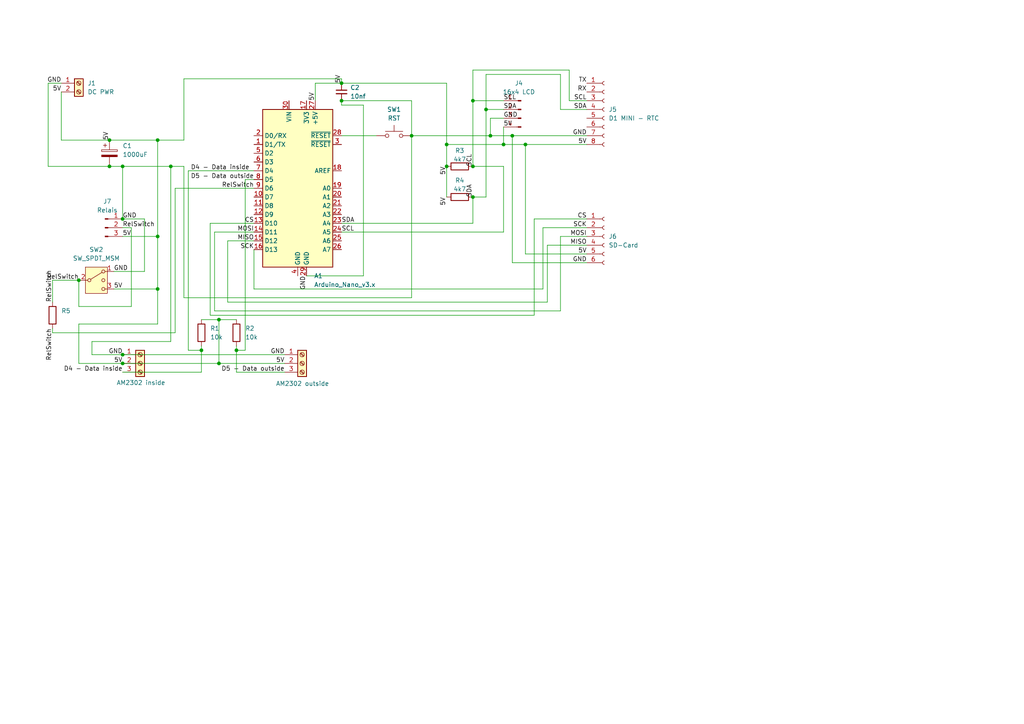
<source format=kicad_sch>
(kicad_sch (version 20231120) (generator "eeschema") (generator_version "8.0")
  (paper "A4")
  (lib_symbols
    (symbol "Connector:Conn_01x03_Pin" (pin_names (offset 1.016) hide)
      (property "Reference" "J" (at 0 5.08 0))
      (property "Value" "Conn_01x03_Pin" (at 0 -5.08 0))
      (symbol "Conn_01x03_Pin_1_1"
        (polyline (pts (xy 1.27 -2.54) (xy 0.8636 -2.54)) (stroke (width 0.1524)))
        (polyline (pts (xy 1.27 0) (xy 0.8636 0)) (stroke (width 0.1524)))
        (polyline (pts (xy 1.27 2.54) (xy 0.8636 2.54)) (stroke (width 0.1524)))
        (rectangle (start 0.8636 -2.413) (end 0 -2.667) (stroke (width 0.1524)) (fill (type outline)))
        (rectangle (start 0.8636 0.127) (end 0 -0.127) (stroke (width 0.1524)) (fill (type outline)))
        (rectangle (start 0.8636 2.667) (end 0 2.413) (stroke (width 0.1524)) (fill (type outline)))
        (pin passive line (at 5.08 2.54 180) (length 3.81) (name "Pin_1") (number "1"))
        (pin passive line (at 5.08 0 180) (length 3.81) (name "Pin_2") (number "2"))
        (pin passive line (at 5.08 -2.54 180) (length 3.81) (name "Pin_3") (number "3"))
      )
    )
    (symbol "Connector:Conn_01x04_Pin" (pin_names (offset 1.016) hide)
      (property "Reference" "J" (at 0 5.08 0))
      (property "Value" "Conn_01x04_Pin" (at 0 -7.62 0))
      (symbol "Conn_01x04_Pin_1_1"
        (polyline (pts (xy 1.27 -5.08) (xy 0.8636 -5.08)) (stroke (width 0.1524)))
        (polyline (pts (xy 1.27 -2.54) (xy 0.8636 -2.54)) (stroke (width 0.1524)))
        (polyline (pts (xy 1.27 0) (xy 0.8636 0)) (stroke (width 0.1524)))
        (polyline (pts (xy 1.27 2.54) (xy 0.8636 2.54)) (stroke (width 0.1524)))
        (rectangle (start 0.8636 -4.953) (end 0 -5.207) (stroke (width 0.1524)) (fill (type outline)))
        (rectangle (start 0.8636 -2.413) (end 0 -2.667) (stroke (width 0.1524)) (fill (type outline)))
        (rectangle (start 0.8636 0.127) (end 0 -0.127) (stroke (width 0.1524)) (fill (type outline)))
        (rectangle (start 0.8636 2.667) (end 0 2.413) (stroke (width 0.1524)) (fill (type outline)))
        (pin passive line (at 5.08 2.54 180) (length 3.81) (name "Pin_1") (number "1"))
        (pin passive line (at 5.08 0 180) (length 3.81) (name "Pin_2") (number "2"))
        (pin passive line (at 5.08 -2.54 180) (length 3.81) (name "Pin_3") (number "3"))
        (pin passive line (at 5.08 -5.08 180) (length 3.81) (name "Pin_4") (number "4"))
      )
    )
    (symbol "Connector:Conn_01x06_Socket" (pin_names (offset 1.016) hide)
      (property "Reference" "J" (at 0 7.62 0))
      (property "Value" "Conn_01x06_Socket" (at 0 -10.16 0))
      (symbol "Conn_01x06_Socket_1_1"
        (arc (start 0 -7.112) (mid -0.5058 -7.62) (end 0 -8.128) (stroke (width 0.1524)))
        (arc (start 0 -4.572) (mid -0.5058 -5.08) (end 0 -5.588) (stroke (width 0.1524)))
        (arc (start 0 -2.032) (mid -0.5058 -2.54) (end 0 -3.048) (stroke (width 0.1524)))
        (polyline (pts (xy -1.27 -7.62) (xy -0.508 -7.62)) (stroke (width 0.1524)))
        (polyline (pts (xy -1.27 -5.08) (xy -0.508 -5.08)) (stroke (width 0.1524)))
        (polyline (pts (xy -1.27 -2.54) (xy -0.508 -2.54)) (stroke (width 0.1524)))
        (polyline (pts (xy -1.27 0) (xy -0.508 0)) (stroke (width 0.1524)))
        (polyline (pts (xy -1.27 2.54) (xy -0.508 2.54)) (stroke (width 0.1524)))
        (polyline (pts (xy -1.27 5.08) (xy -0.508 5.08)) (stroke (width 0.1524)))
        (arc (start 0 0.508) (mid -0.5058 0) (end 0 -0.508) (stroke (width 0.1524)))
        (arc (start 0 3.048) (mid -0.5058 2.54) (end 0 2.032) (stroke (width 0.1524)))
        (arc (start 0 5.588) (mid -0.5058 5.08) (end 0 4.572) (stroke (width 0.1524)))
        (pin passive line (at -5.08 5.08 0) (length 3.81) (name "Pin_1") (number "1"))
        (pin passive line (at -5.08 2.54 0) (length 3.81) (name "Pin_2") (number "2"))
        (pin passive line (at -5.08 0 0) (length 3.81) (name "Pin_3") (number "3"))
        (pin passive line (at -5.08 -2.54 0) (length 3.81) (name "Pin_4") (number "4"))
        (pin passive line (at -5.08 -5.08 0) (length 3.81) (name "Pin_5") (number "5"))
        (pin passive line (at -5.08 -7.62 0) (length 3.81) (name "Pin_6") (number "6"))
      )
    )
    (symbol "Connector:Conn_01x08_Socket" (pin_names (offset 1.016) hide)
      (property "Reference" "J" (at 0 10.16 0))
      (property "Value" "Conn_01x08_Socket" (at 0 -12.7 0))
      (symbol "Conn_01x08_Socket_1_1"
        (arc (start 0 -9.652) (mid -0.5058 -10.16) (end 0 -10.668) (stroke (width 0.1524)))
        (arc (start 0 -7.112) (mid -0.5058 -7.62) (end 0 -8.128) (stroke (width 0.1524)))
        (arc (start 0 -4.572) (mid -0.5058 -5.08) (end 0 -5.588) (stroke (width 0.1524)))
        (arc (start 0 -2.032) (mid -0.5058 -2.54) (end 0 -3.048) (stroke (width 0.1524)))
        (polyline (pts (xy -1.27 -10.16) (xy -0.508 -10.16)) (stroke (width 0.1524)))
        (polyline (pts (xy -1.27 -7.62) (xy -0.508 -7.62)) (stroke (width 0.1524)))
        (polyline (pts (xy -1.27 -5.08) (xy -0.508 -5.08)) (stroke (width 0.1524)))
        (polyline (pts (xy -1.27 -2.54) (xy -0.508 -2.54)) (stroke (width 0.1524)))
        (polyline (pts (xy -1.27 0) (xy -0.508 0)) (stroke (width 0.1524)))
        (polyline (pts (xy -1.27 2.54) (xy -0.508 2.54)) (stroke (width 0.1524)))
        (polyline (pts (xy -1.27 5.08) (xy -0.508 5.08)) (stroke (width 0.1524)))
        (polyline (pts (xy -1.27 7.62) (xy -0.508 7.62)) (stroke (width 0.1524)))
        (arc (start 0 0.508) (mid -0.5058 0) (end 0 -0.508) (stroke (width 0.1524)))
        (arc (start 0 3.048) (mid -0.5058 2.54) (end 0 2.032) (stroke (width 0.1524)))
        (arc (start 0 5.588) (mid -0.5058 5.08) (end 0 4.572) (stroke (width 0.1524)))
        (arc (start 0 8.128) (mid -0.5058 7.62) (end 0 7.112) (stroke (width 0.1524)))
        (pin passive line (at -5.08 7.62 0) (length 3.81) (name "Pin_1") (number "1"))
        (pin passive line (at -5.08 5.08 0) (length 3.81) (name "Pin_2") (number "2"))
        (pin passive line (at -5.08 2.54 0) (length 3.81) (name "Pin_3") (number "3"))
        (pin passive line (at -5.08 0 0) (length 3.81) (name "Pin_4") (number "4"))
        (pin passive line (at -5.08 -2.54 0) (length 3.81) (name "Pin_5") (number "5"))
        (pin passive line (at -5.08 -5.08 0) (length 3.81) (name "Pin_6") (number "6"))
        (pin passive line (at -5.08 -7.62 0) (length 3.81) (name "Pin_7") (number "7"))
        (pin passive line (at -5.08 -10.16 0) (length 3.81) (name "Pin_8") (number "8"))
      )
    )
    (symbol "Connector:Screw_Terminal_01x02" (pin_names (offset 1.016) hide)
      (property "Reference" "J" (at 0 2.54 0))
      (property "Value" "Screw_Terminal_01x02" (at 0 -5.08 0))
      (symbol "Screw_Terminal_01x02_1_1"
        (rectangle (start -1.27 1.27) (end 1.27 -3.81) (stroke (width 0.254)) (fill (type background)))
        (circle (center 0 -2.54) (radius 0.635) (stroke (width 0.1524)))
        (polyline (pts (xy -0.5334 -2.2098) (xy 0.3302 -3.048)) (stroke (width 0.1524)))
        (polyline (pts (xy -0.5334 0.3302) (xy 0.3302 -0.508)) (stroke (width 0.1524)))
        (polyline (pts (xy -0.3556 -2.032) (xy 0.508 -2.8702)) (stroke (width 0.1524)))
        (polyline (pts (xy -0.3556 0.508) (xy 0.508 -0.3302)) (stroke (width 0.1524)))
        (circle (center 0 0) (radius 0.635) (stroke (width 0.1524)))
        (pin passive line (at -5.08 0 0) (length 3.81) (name "Pin_1") (number "1"))
        (pin passive line (at -5.08 -2.54 0) (length 3.81) (name "Pin_2") (number "2"))
      )
    )
    (symbol "Connector:Screw_Terminal_01x03" (pin_names (offset 1.016) hide)
      (property "Reference" "J" (at 0 5.08 0))
      (property "Value" "Screw_Terminal_01x03" (at 0 -5.08 0))
      (symbol "Screw_Terminal_01x03_1_1"
        (rectangle (start -1.27 3.81) (end 1.27 -3.81) (stroke (width 0.254)) (fill (type background)))
        (circle (center 0 -2.54) (radius 0.635) (stroke (width 0.1524)))
        (polyline (pts (xy -0.5334 -2.2098) (xy 0.3302 -3.048)) (stroke (width 0.1524)))
        (polyline (pts (xy -0.5334 0.3302) (xy 0.3302 -0.508)) (stroke (width 0.1524)))
        (polyline (pts (xy -0.5334 2.8702) (xy 0.3302 2.032)) (stroke (width 0.1524)))
        (polyline (pts (xy -0.3556 -2.032) (xy 0.508 -2.8702)) (stroke (width 0.1524)))
        (polyline (pts (xy -0.3556 0.508) (xy 0.508 -0.3302)) (stroke (width 0.1524)))
        (polyline (pts (xy -0.3556 3.048) (xy 0.508 2.2098)) (stroke (width 0.1524)))
        (circle (center 0 0) (radius 0.635) (stroke (width 0.1524)))
        (circle (center 0 2.54) (radius 0.635) (stroke (width 0.1524)))
        (pin passive line (at -5.08 2.54 0) (length 3.81) (name "Pin_1") (number "1"))
        (pin passive line (at -5.08 0 0) (length 3.81) (name "Pin_2") (number "2"))
        (pin passive line (at -5.08 -2.54 0) (length 3.81) (name "Pin_3") (number "3"))
      )
    )
    (symbol "Device:C_Polarized" (pin_numbers hide) (pin_names (offset 0.254))
      (property "Reference" "C" (at 0.635 2.54 0))
      (property "Value" "C_Polarized" (at 0.635 -2.54 0))
      (symbol "C_Polarized_0_1"
        (rectangle (start -2.286 0.508) (end 2.286 1.016))
        (polyline (pts (xy -1.778 2.286) (xy -0.762 2.286)))
        (polyline (pts (xy -1.27 2.794) (xy -1.27 1.778)))
        (rectangle (start 2.286 -0.508) (end -2.286 -1.016) (fill (type outline)))
      )
      (symbol "C_Polarized_1_1"
        (pin passive line (at 0 3.81 270) (length 2.794) (name "~") (number "1"))
        (pin passive line (at 0 -3.81 90) (length 2.794) (name "~") (number "2"))
      )
    )
    (symbol "Device:C_Small" (pin_numbers hide) (pin_names (offset 0.254) hide)
      (property "Reference" "C" (at 0.254 1.778 0))
      (property "Value" "C_Small" (at 0.254 -2.032 0))
      (symbol "C_Small_0_1"
        (polyline (pts (xy -1.524 -0.508) (xy 1.524 -0.508)) (stroke (width 0.3302)))
        (polyline (pts (xy -1.524 0.508) (xy 1.524 0.508)) (stroke (width 0.3048)))
      )
      (symbol "C_Small_1_1"
        (pin passive line (at 0 2.54 270) (length 2.032) (name "~") (number "1"))
        (pin passive line (at 0 -2.54 90) (length 2.032) (name "~") (number "2"))
      )
    )
    (symbol "Device:R" (pin_numbers hide) (pin_names (offset 0))
      (property "Reference" "R" (at 2.032 0 90))
      (property "Value" "R" (at 0 0 90))
      (symbol "R_0_1"
        (rectangle (start -1.016 -2.54) (end 1.016 2.54) (stroke (width 0.254)))
      )
      (symbol "R_1_1"
        (pin passive line (at 0 3.81 270) (length 1.27) (name "~") (number "1"))
        (pin passive line (at 0 -3.81 90) (length 1.27) (name "~") (number "2"))
      )
    )
    (symbol "MCU_Module:Arduino_Nano_v3.x"
      (property "Reference" "A" (at -10.16 23.495 0))
      (property "Value" "Arduino_Nano_v3.x" (at 5.08 -24.13 0))
      (symbol "Arduino_Nano_v3.x_0_1"
        (rectangle (start -10.16 22.86) (end 10.16 -22.86) (stroke (width 0.254)) (fill (type background)))
      )
      (symbol "Arduino_Nano_v3.x_1_1"
        (pin bidirectional line (at -12.7 12.7 0) (length 2.54) (name "D1/TX") (number "1"))
        (pin bidirectional line (at -12.7 -2.54 0) (length 2.54) (name "D7") (number "10"))
        (pin bidirectional line (at -12.7 -5.08 0) (length 2.54) (name "D8") (number "11"))
        (pin bidirectional line (at -12.7 -7.62 0) (length 2.54) (name "D9") (number "12"))
        (pin bidirectional line (at -12.7 -10.16 0) (length 2.54) (name "D10") (number "13"))
        (pin bidirectional line (at -12.7 -12.7 0) (length 2.54) (name "D11") (number "14"))
        (pin bidirectional line (at -12.7 -15.24 0) (length 2.54) (name "D12") (number "15"))
        (pin bidirectional line (at -12.7 -17.78 0) (length 2.54) (name "D13") (number "16"))
        (pin power_out line (at 2.54 25.4 270) (length 2.54) (name "3V3") (number "17"))
        (pin input line (at 12.7 5.08 180) (length 2.54) (name "AREF") (number "18"))
        (pin bidirectional line (at 12.7 0 180) (length 2.54) (name "A0") (number "19"))
        (pin bidirectional line (at -12.7 15.24 0) (length 2.54) (name "D0/RX") (number "2"))
        (pin bidirectional line (at 12.7 -2.54 180) (length 2.54) (name "A1") (number "20"))
        (pin bidirectional line (at 12.7 -5.08 180) (length 2.54) (name "A2") (number "21"))
        (pin bidirectional line (at 12.7 -7.62 180) (length 2.54) (name "A3") (number "22"))
        (pin bidirectional line (at 12.7 -10.16 180) (length 2.54) (name "A4") (number "23"))
        (pin bidirectional line (at 12.7 -12.7 180) (length 2.54) (name "A5") (number "24"))
        (pin bidirectional line (at 12.7 -15.24 180) (length 2.54) (name "A6") (number "25"))
        (pin bidirectional line (at 12.7 -17.78 180) (length 2.54) (name "A7") (number "26"))
        (pin power_out line (at 5.08 25.4 270) (length 2.54) (name "+5V") (number "27"))
        (pin input line (at 12.7 15.24 180) (length 2.54) (name "~{RESET}") (number "28"))
        (pin power_in line (at 2.54 -25.4 90) (length 2.54) (name "GND") (number "29"))
        (pin input line (at 12.7 12.7 180) (length 2.54) (name "~{RESET}") (number "3"))
        (pin power_in line (at -2.54 25.4 270) (length 2.54) (name "VIN") (number "30"))
        (pin power_in line (at 0 -25.4 90) (length 2.54) (name "GND") (number "4"))
        (pin bidirectional line (at -12.7 10.16 0) (length 2.54) (name "D2") (number "5"))
        (pin bidirectional line (at -12.7 7.62 0) (length 2.54) (name "D3") (number "6"))
        (pin bidirectional line (at -12.7 5.08 0) (length 2.54) (name "D4") (number "7"))
        (pin bidirectional line (at -12.7 2.54 0) (length 2.54) (name "D5") (number "8"))
        (pin bidirectional line (at -12.7 0 0) (length 2.54) (name "D6") (number "9"))
      )
    )
    (symbol "Switch:SW_Push" (pin_numbers hide) (pin_names (offset 1.016) hide)
      (property "Reference" "SW" (at 1.27 2.54 0))
      (property "Value" "SW_Push" (at 0 -1.524 0))
      (symbol "SW_Push_0_1"
        (circle (center -2.032 0) (radius 0.508))
        (polyline (pts (xy 0 1.27) (xy 0 3.048)))
        (polyline (pts (xy 2.54 1.27) (xy -2.54 1.27)))
        (circle (center 2.032 0) (radius 0.508))
        (pin passive line (at -5.08 0 0) (length 2.54) (name "1") (number "1"))
        (pin passive line (at 5.08 0 180) (length 2.54) (name "2") (number "2"))
      )
    )
    (symbol "Switch:SW_SPDT_MSM" (pin_names (offset 0) hide)
      (property "Reference" "SW" (at 0 5.08 0))
      (property "Value" "SW_SPDT_MSM" (at 0 -5.08 0))
      (symbol "SW_SPDT_MSM_0_1"
        (circle (center -2.032 0) (radius 0.4572))
        (polyline (pts (xy -1.651 0.254) (xy 1.651 2.286)))
        (circle (center 2.032 -2.54) (radius 0.4572))
        (circle (center 2.032 0) (radius 0.4572))
        (circle (center 2.032 2.54) (radius 0.4572))
      )
      (symbol "SW_SPDT_MSM_1_1"
        (rectangle (start -3.175 3.81) (end 3.175 -3.81) (fill (type background)))
        (pin passive line (at 5.08 2.54 180) (length 2.54) (name "1") (number "1"))
        (pin passive line (at -5.08 0 0) (length 2.54) (name "3") (number "2"))
        (pin passive line (at 5.08 -2.54 180) (length 2.54) (name "4") (number "3"))
      )
    )
  )
  (bus_alias "" (members))
  (junction (at 129.54 41.91))
  (junction (at 45.72 83.82))
  (junction (at 31.75 48.26))
  (junction (at 45.72 40.64))
  (junction (at 63.5 105.41))
  (junction (at 140.97 31.75))
  (junction (at 68.58 101.6))
  (junction (at 58.42 101.6))
  (junction (at 35.56 48.26))
  (junction (at 49.53 48.26))
  (junction (at 31.75 40.64))
  (junction (at 45.72 68.58))
  (junction (at 35.56 102.87))
  (junction (at 22.86 81.28))
  (junction (at 137.16 29.21))
  (junction (at 137.16 57.15))
  (junction (at 99.06 24.13))
  (junction (at 99.06 29.21))
  (junction (at 63.5 92.71))
  (junction (at 129.54 48.26))
  (junction (at 148.59 39.37))
  (junction (at 142.24 39.37))
  (junction (at 137.16 48.26))
  (junction (at 152.4 41.91))
  (junction (at 146.05 41.91))
  (junction (at 35.56 63.5))
  (junction (at 119.38 39.37))
  (junction (at 35.56 105.41))
  (wire (pts (xy 63.5 105.41) (xy 82.55 105.41)))
  (wire (pts (xy 73.66 72.39) (xy 73.66 83.82)))
  (wire (pts (xy 105.41 80.01) (xy 88.9 80.01)))
  (wire (pts (xy 38.1 88.9) (xy 22.86 88.9)))
  (wire (pts (xy 35.56 48.26) (xy 49.53 48.26)))
  (wire (pts (xy 68.58 101.6) (xy 68.58 107.95)))
  (wire (pts (xy 58.42 92.71) (xy 63.5 92.71)))
  (wire (pts (xy 142.24 39.37) (xy 142.24 34.29)))
  (wire (pts (xy 71.12 52.07) (xy 71.12 101.6)))
  (wire (pts (xy 53.34 86.36) (xy 119.38 86.36)))
  (wire (pts (xy 146.05 67.31) (xy 99.06 67.31)))
  (wire (pts (xy 49.53 48.26) (xy 49.53 99.06)))
  (wire (pts (xy 137.16 64.77) (xy 99.06 64.77)))
  (wire (pts (xy 66.04 87.63) (xy 66.04 69.85)))
  (wire (pts (xy 148.59 76.2) (xy 170.18 76.2)))
  (wire (pts (xy 54.61 101.6) (xy 58.42 101.6)))
  (wire (pts (xy 140.97 31.75) (xy 140.97 57.15)))
  (wire (pts (xy 15.24 81.28) (xy 15.24 87.63)))
  (wire (pts (xy 99.06 24.13) (xy 91.44 24.13)))
  (wire (pts (xy 157.48 83.82) (xy 157.48 66.04)))
  (wire (pts (xy 71.12 101.6) (xy 68.58 101.6)))
  (wire (pts (xy 17.78 26.67) (xy 17.78 40.64)))
  (wire (pts (xy 13.97 48.26) (xy 31.75 48.26)))
  (wire (pts (xy 62.23 90.17) (xy 162.56 90.17)))
  (wire (pts (xy 73.66 52.07) (xy 71.12 52.07)))
  (wire (pts (xy 33.02 83.82) (xy 45.72 83.82)))
  (wire (pts (xy 45.72 68.58) (xy 45.72 83.82)))
  (wire (pts (xy 54.61 49.53) (xy 54.61 101.6)))
  (wire (pts (xy 154.94 63.5) (xy 170.18 63.5)))
  (wire (pts (xy 49.53 99.06) (xy 26.67 99.06)))
  (wire (pts (xy 73.66 64.77) (xy 60.96 64.77)))
  (wire (pts (xy 165.1 29.21) (xy 170.18 29.21)))
  (wire (pts (xy 60.96 64.77) (xy 60.96 91.44)))
  (wire (pts (xy 22.86 105.41) (xy 35.56 105.41)))
  (wire (pts (xy 137.16 48.26) (xy 146.05 48.26)))
  (wire (pts (xy 170.18 41.91) (xy 152.4 41.91)))
  (wire (pts (xy 105.41 30.48) (xy 105.41 80.01)))
  (wire (pts (xy 119.38 29.21) (xy 119.38 39.37)))
  (wire (pts (xy 63.5 92.71) (xy 63.5 105.41)))
  (wire (pts (xy 162.56 90.17) (xy 162.56 68.58)))
  (wire (pts (xy 68.58 100.33) (xy 68.58 101.6)))
  (wire (pts (xy 17.78 40.64) (xy 31.75 40.64)))
  (wire (pts (xy 41.91 78.74) (xy 41.91 63.5)))
  (wire (pts (xy 119.38 39.37) (xy 119.38 86.36)))
  (wire (pts (xy 50.8 54.61) (xy 73.66 54.61)))
  (wire (pts (xy 73.66 67.31) (xy 62.23 67.31)))
  (wire (pts (xy 148.59 39.37) (xy 148.59 76.2)))
  (wire (pts (xy 142.24 39.37) (xy 148.59 39.37)))
  (wire (pts (xy 35.56 66.04) (xy 38.1 66.04)))
  (wire (pts (xy 31.75 48.26) (xy 35.56 48.26)))
  (wire (pts (xy 140.97 57.15) (xy 137.16 57.15)))
  (wire (pts (xy 142.24 34.29) (xy 146.05 34.29)))
  (wire (pts (xy 45.72 40.64) (xy 45.72 68.58)))
  (wire (pts (xy 41.91 63.5) (xy 35.56 63.5)))
  (wire (pts (xy 162.56 68.58) (xy 170.18 68.58)))
  (wire (pts (xy 22.86 93.98) (xy 22.86 105.41)))
  (wire (pts (xy 148.59 39.37) (xy 170.18 39.37)))
  (wire (pts (xy 170.18 73.66) (xy 152.4 73.66)))
  (wire (pts (xy 99.06 29.21) (xy 99.06 30.48)))
  (wire (pts (xy 109.22 39.37) (xy 99.06 39.37)))
  (wire (pts (xy 99.06 30.48) (xy 105.41 30.48)))
  (wire (pts (xy 13.97 24.13) (xy 13.97 48.26)))
  (wire (pts (xy 146.05 41.91) (xy 152.4 41.91)))
  (wire (pts (xy 58.42 101.6) (xy 58.42 100.33)))
  (wire (pts (xy 26.67 102.87) (xy 35.56 102.87)))
  (wire (pts (xy 129.54 41.91) (xy 146.05 41.91)))
  (wire (pts (xy 165.1 20.32) (xy 165.1 29.21)))
  (wire (pts (xy 158.75 87.63) (xy 66.04 87.63)))
  (wire (pts (xy 146.05 36.83) (xy 146.05 41.91)))
  (wire (pts (xy 15.24 95.25) (xy 15.24 96.52)))
  (wire (pts (xy 137.16 29.21) (xy 146.05 29.21)))
  (wire (pts (xy 137.16 29.21) (xy 137.16 48.26)))
  (wire (pts (xy 91.44 24.13) (xy 91.44 29.21)))
  (wire (pts (xy 170.18 31.75) (xy 162.56 31.75)))
  (wire (pts (xy 137.16 57.15) (xy 137.16 64.77)))
  (wire (pts (xy 45.72 93.98) (xy 22.86 93.98)))
  (wire (pts (xy 73.66 83.82) (xy 157.48 83.82)))
  (wire (pts (xy 53.34 22.86) (xy 99.06 22.86)))
  (wire (pts (xy 35.56 102.87) (xy 82.55 102.87)))
  (wire (pts (xy 99.06 29.21) (xy 119.38 29.21)))
  (wire (pts (xy 63.5 92.71) (xy 68.58 92.71)))
  (wire (pts (xy 146.05 48.26) (xy 146.05 67.31)))
  (wire (pts (xy 119.38 39.37) (xy 142.24 39.37)))
  (wire (pts (xy 129.54 48.26) (xy 129.54 57.15)))
  (wire (pts (xy 49.53 48.26) (xy 53.34 48.26)))
  (wire (pts (xy 45.72 40.64) (xy 53.34 40.64)))
  (wire (pts (xy 140.97 31.75) (xy 146.05 31.75)))
  (wire (pts (xy 140.97 21.59) (xy 140.97 31.75)))
  (wire (pts (xy 38.1 66.04) (xy 38.1 88.9)))
  (wire (pts (xy 129.54 24.13) (xy 129.54 41.91)))
  (wire (pts (xy 158.75 71.12) (xy 158.75 87.63)))
  (wire (pts (xy 33.02 78.74) (xy 41.91 78.74)))
  (wire (pts (xy 26.67 99.06) (xy 26.67 102.87)))
  (wire (pts (xy 73.66 49.53) (xy 54.61 49.53)))
  (wire (pts (xy 17.78 24.13) (xy 13.97 24.13)))
  (wire (pts (xy 22.86 81.28) (xy 15.24 81.28)))
  (wire (pts (xy 35.56 68.58) (xy 45.72 68.58)))
  (wire (pts (xy 53.34 48.26) (xy 53.34 86.36)))
  (wire (pts (xy 170.18 71.12) (xy 158.75 71.12)))
  (wire (pts (xy 31.75 40.64) (xy 45.72 40.64)))
  (wire (pts (xy 152.4 73.66) (xy 152.4 41.91)))
  (wire (pts (xy 22.86 88.9) (xy 22.86 81.28)))
  (wire (pts (xy 53.34 40.64) (xy 53.34 22.86)))
  (wire (pts (xy 99.06 22.86) (xy 99.06 24.13)))
  (wire (pts (xy 45.72 83.82) (xy 45.72 93.98)))
  (wire (pts (xy 137.16 20.32) (xy 137.16 29.21)))
  (wire (pts (xy 15.24 96.52) (xy 50.8 96.52)))
  (wire (pts (xy 137.16 20.32) (xy 165.1 20.32)))
  (wire (pts (xy 35.56 48.26) (xy 35.56 63.5)))
  (wire (pts (xy 60.96 91.44) (xy 154.94 91.44)))
  (wire (pts (xy 162.56 31.75) (xy 162.56 21.59)))
  (wire (pts (xy 35.56 105.41) (xy 63.5 105.41)))
  (wire (pts (xy 62.23 67.31) (xy 62.23 90.17)))
  (wire (pts (xy 129.54 41.91) (xy 129.54 48.26)))
  (wire (pts (xy 157.48 66.04) (xy 170.18 66.04)))
  (wire (pts (xy 35.56 107.95) (xy 58.42 107.95)))
  (wire (pts (xy 99.06 24.13) (xy 129.54 24.13)))
  (wire (pts (xy 162.56 21.59) (xy 140.97 21.59)))
  (wire (pts (xy 50.8 96.52) (xy 50.8 54.61)))
  (wire (pts (xy 68.58 107.95) (xy 82.55 107.95)))
  (wire (pts (xy 66.04 69.85) (xy 73.66 69.85)))
  (wire (pts (xy 58.42 107.95) (xy 58.42 101.6)))
  (wire (pts (xy 154.94 91.44) (xy 154.94 63.5)))
  (label "D5 - Data outside" (at 82.55 107.95 180))
  (label "SDA" (at 170.18 31.75 180))
  (label "GND" (at 170.18 39.37 180))
  (label "5V" (at 82.55 105.41 180))
  (label "GND" (at 35.56 63.5 0))
  (label "D4 - Data inside" (at 35.56 107.95 180))
  (label "SCL" (at 146.05 29.21 0))
  (label "GND" (at 82.55 102.87 180))
  (label "RelSwitch" (at 35.56 66.04 0))
  (label "SDA" (at 99.06 64.77 0))
  (label "RelSwitch" (at 22.86 81.28 180))
  (label "GND" (at 146.05 34.29 0))
  (label "5V" (at 17.78 26.67 180))
  (label "MISO" (at 170.18 71.12 180))
  (label "GND" (at 170.18 76.2 180))
  (label "GND" (at 17.78 24.13 180))
  (label "5V" (at 35.56 105.41 180))
  (label "MOSI" (at 73.66 67.31 180))
  (label "D4 - Data inside" (at 72.39 49.53 180))
  (label "5V" (at 35.56 68.58 0))
  (label "5V" (at 33.02 83.82 0))
  (label "5V" (at 91.44 29.21 90))
  (label "MOSI" (at 170.18 68.58 180))
  (label "5V" (at 170.18 41.91 180))
  (label "5V" (at 129.54 57.15 270))
  (label "SDA" (at 146.05 31.75 0))
  (label "SCL" (at 170.18 29.21 180))
  (label "SCL" (at 99.06 67.31 0))
  (label "RelSwitch" (at 73.66 54.61 180))
  (label "CS" (at 73.66 64.77 180))
  (label "RX" (at 170.18 26.67 180))
  (label "SCK" (at 73.66 72.39 180))
  (label "RelSwitch" (at 15.24 95.25 270))
  (label "5V" (at 31.75 40.64 90))
  (label "RelSwitch" (at 15.24 87.63 90))
  (label "D5 - Data outside" (at 73.66 52.07 180))
  (label "5V" (at 129.54 48.26 270))
  (label "MISO" (at 73.66 69.85 180))
  (label "5V" (at 170.18 73.66 180))
  (label "SCL" (at 137.16 48.26 90))
  (label "5V" (at 146.05 36.83 0))
  (label "CS" (at 170.18 63.5 180))
  (label "SCK" (at 170.18 66.04 180))
  (label "GND" (at 35.56 102.87 180))
  (label "GND" (at 88.9 80.01 270))
  (label "GND" (at 33.02 78.74 0))
  (label "TX" (at 170.18 24.13 180))
  (label "SDA" (at 137.16 57.15 90))
  (label "" (at 129.54 48.26 270))
  (label "5V" (at 99.06 24.13 90))
  (symbol (lib_id "Connector:Conn_01x03_Pin") (at 30.48 66.04 0) (unit 1)
    (property "Reference" "J7" (at 31.115 58.42 0))
    (property "Value" "Relais" (at 31.115 60.96 0))
    (property "Footprint" "Connector_PinHeader_2.54mm:PinHeader_1x03_P2.54mm_Vertical" (effects (hide yes)))
    (property "Description" "Generic connector, single row, 01x03, script generated" (effects (hide yes)))
  )
  (symbol (lib_id "Connector:Conn_01x08_Socket") (at 175.26 31.75 0) (unit 1)
    (property "Reference" "J5" (at 176.53 31.7499 0) (effects (justify left)))
    (property "Value" "D1 MINI - RTC" (at 176.53 34.2899 0) (effects (justify left)))
    (property "Footprint" "Connector_PinHeader_2.54mm:PinHeader_1x08_P2.54mm_Vertical" (effects (hide yes)))
    (property "Description" "Generic connector, single row, 01x08, script generated" (effects (hide yes)))
  )
  (symbol (lib_id "Connector:Conn_01x06_Socket") (at 175.26 68.58 0) (unit 1)
    (property "Reference" "J6" (at 176.53 68.5799 0) (effects (justify left)))
    (property "Value" "SD-Card" (at 176.53 71.1199 0) (effects (justify left)))
    (property "Footprint" "Connector_PinHeader_2.54mm:PinHeader_1x06_P2.54mm_Vertical" (effects (hide yes)))
    (property "Description" "Generic connector, single row, 01x06, script generated" (effects (hide yes)))
  )
  (symbol (lib_id "Device:R") (at 68.58 96.52 0) (unit 1)
    (property "Reference" "R2" (at 71.12 95.2499 0) (effects (justify left)))
    (property "Value" "10k" (at 71.12 97.7899 0) (effects (justify left)))
    (property "Footprint" "Resistor_THT:R_Axial_DIN0204_L3.6mm_D1.6mm_P5.08mm_Horizontal" (effects (hide yes)))
    (property "Description" "Resistor" (effects (hide yes)))
  )
  (symbol (lib_id "Device:C_Small") (at 99.06 26.67 0) (unit 1)
    (property "Reference" "C2" (at 101.6 25.4062 0) (effects (justify left)))
    (property "Value" "10nf" (at 101.6 27.9462 0) (effects (justify left)))
    (property "Footprint" "Capacitor_THT:C_Disc_D3.0mm_W2.0mm_P2.50mm" (effects (hide yes)))
    (property "Description" "Unpolarized capacitor, small symbol" (effects (hide yes)))
  )
  (symbol (lib_id "Switch:SW_Push") (at 114.3 39.37 0) (unit 1)
    (property "Reference" "SW1" (at 114.3 31.75 0))
    (property "Value" "RST" (at 114.3 34.29 0))
    (property "Footprint" "Connector_PinHeader_2.54mm:PinHeader_1x02_P2.54mm_Vertical" (effects (hide yes)))
    (property "Description" "Push button switch, generic, two pins" (effects (hide yes)))
  )
  (symbol (lib_id "Connector:Screw_Terminal_01x03") (at 40.64 105.41 0) (unit 1)
    (property "Reference" "J2" (effects (hide yes)))
    (property "Value" "AM2302 inside" (at 33.782 110.998 0) (effects (justify left)))
    (property "Footprint" "TerminalBlock:TerminalBlock_bornier-3_P5.08mm" (effects (hide yes)))
    (property "Description" "Generic screw terminal, single row, 01x03, script generated (kicad-library-utils/schlib/autogen/connector/)" (effects (hide yes)))
  )
  (symbol (lib_id "Device:R") (at 133.35 57.15 270) (unit 1)
    (property "Reference" "R4" (at 133.35 52.324 90))
    (property "Value" "4k7" (at 133.35 54.864 90))
    (property "Footprint" "Resistor_THT:R_Axial_DIN0204_L3.6mm_D1.6mm_P5.08mm_Horizontal" (effects (hide yes)))
    (property "Description" "Resistor" (effects (hide yes)))
  )
  (symbol (lib_id "Connector:Screw_Terminal_01x02") (at 22.86 24.13 0) (unit 1)
    (property "Reference" "J1" (at 25.4 24.1299 0) (effects (justify left)))
    (property "Value" "DC PWR" (at 25.4 26.6699 0) (effects (justify left)))
    (property "Footprint" "TerminalBlock:TerminalBlock_bornier-2_P5.08mm" (effects (hide yes)))
    (property "Description" "Generic screw terminal, single row, 01x02, script generated (kicad-library-utils/schlib/autogen/connector/)" (effects (hide yes)))
  )
  (symbol (lib_id "Device:R") (at 58.42 96.52 0) (unit 1)
    (property "Reference" "R1" (at 60.96 95.2499 0) (effects (justify left)))
    (property "Value" "10k" (at 60.96 97.7899 0) (effects (justify left)))
    (property "Footprint" "Resistor_THT:R_Axial_DIN0204_L3.6mm_D1.6mm_P5.08mm_Horizontal" (effects (hide yes)))
    (property "Description" "Resistor" (effects (hide yes)))
  )
  (symbol (lib_id "Device:R") (at 15.24 91.44 0) (unit 1)
    (property "Reference" "R5" (at 17.78 90.1699 0) (effects (justify left)))
    (property "Value" "470" (effects (hide yes)))
    (property "Footprint" "Resistor_THT:R_Axial_DIN0204_L3.6mm_D1.6mm_P5.08mm_Horizontal" (effects (hide yes)))
    (property "Description" "Resistor" (effects (hide yes)))
  )
  (symbol (lib_id "Device:R") (at 133.35 48.26 270) (unit 1)
    (property "Reference" "R3" (at 133.35 43.688 90))
    (property "Value" "4k7" (at 133.35 46.228 90))
    (property "Footprint" "Resistor_THT:R_Axial_DIN0204_L3.6mm_D1.6mm_P5.08mm_Horizontal" (effects (hide yes)))
    (property "Description" "Resistor" (effects (hide yes)))
  )
  (symbol (lib_id "Switch:SW_SPDT_MSM") (at 27.94 81.28 0) (unit 1)
    (property "Reference" "SW2" (at 27.94 72.39 0))
    (property "Value" "SW_SPDT_MSM" (at 27.94 74.93 0))
    (property "Footprint" "Connector_PinHeader_2.54mm:PinHeader_1x03_P2.54mm_Vertical" (effects (hide yes)))
    (property "Description" "Switch, single pole double throw, center OFF position" (effects (hide yes)))
  )
  (symbol (lib_id "Device:C_Polarized") (at 31.75 44.45 0) (unit 1)
    (property "Reference" "C1" (at 35.56 42.2909 0) (effects (justify left)))
    (property "Value" "1000uF" (at 35.56 44.8309 0) (effects (justify left)))
    (property "Footprint" "Capacitor_THT:CP_Radial_Tantal_D5.0mm_P5.00mm" (effects (hide yes)))
    (property "Description" "Polarized capacitor" (effects (hide yes)))
  )
  (symbol (lib_id "MCU_Module:Arduino_Nano_v3.x") (at 86.36 54.61 0) (unit 1)
    (property "Reference" "A1" (at 91.0941 80.01 0) (effects (justify left)))
    (property "Value" "Arduino_Nano_v3.x" (at 91.0941 82.55 0) (effects (justify left)))
    (property "Footprint" "Module:Arduino_Nano" (effects (hide yes)))
    (property "Datasheet" "http://www.mouser.com/pdfdocs/Gravitech_Arduino_Nano3_0.pdf" (effects (hide yes)))
    (property "Description" "Arduino Nano v3.x" (effects (hide yes)))
  )
  (symbol (lib_id "Connector:Conn_01x04_Pin") (at 151.13 31.75 0) (mirror y) (unit 1)
    (property "Reference" "J4" (at 150.495 24.13 0))
    (property "Value" "16x4 LCD" (at 150.495 26.67 0))
    (property "Footprint" "Connector_PinHeader_2.54mm:PinHeader_1x04_P2.54mm_Vertical" (effects (hide yes)))
    (property "Description" "Generic connector, single row, 01x04, script generated" (effects (hide yes)))
  )
  (symbol (lib_id "Connector:Screw_Terminal_01x03") (at 87.63 105.41 0) (unit 1)
    (property "Reference" "J3" (effects (hide yes)))
    (property "Value" "AM2302 outside" (at 80.01 111.252 0) (effects (justify left)))
    (property "Footprint" "TerminalBlock:TerminalBlock_bornier-3_P5.08mm" (effects (hide yes)))
    (property "Description" "Generic screw terminal, single row, 01x03, script generated (kicad-library-utils/schlib/autogen/connector/)" (effects (hide yes)))
  )
)
</source>
